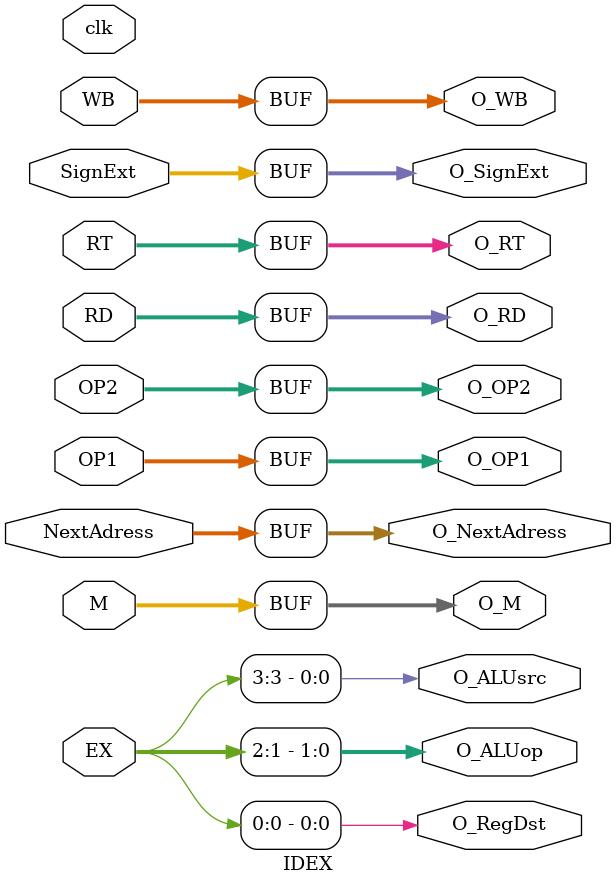
<source format=v>
module IDEX(
    input clk,
    input [1:0]WB,
    input [2:0]M,
    input [3:0]EX,
    input [31:0]NextAdress,
    input [31:0]OP1,
    input [31:0]OP2,
    input [31:0]SignExt,
    input [4:0]RT,
    input [4:0]RD,
    output reg [1:0]O_WB,
    output reg [2:0]O_M,
    output reg O_RegDst,
    output reg [1:0]O_ALUop,
    output reg O_ALUsrc,
    output reg [31:0]O_NextAdress,
    output reg [31:0]O_OP1,
    output reg [31:0]O_OP2,
    output reg [31:0]O_SignExt,
    output reg [4:0]O_RT,
    output reg [4:0]O_RD
);

always @(*) begin
    O_WB = WB;
    O_M = M;
    O_RegDst = EX[0];
    O_ALUop = EX[2:1];
    O_ALUsrc = EX[3]; 
    O_NextAdress = NextAdress;
    O_OP1 = OP1;
    O_OP2 = OP2;
    O_SignExt = SignExt;
    O_RT = RT;
    O_RD = RD;
end

endmodule

</source>
